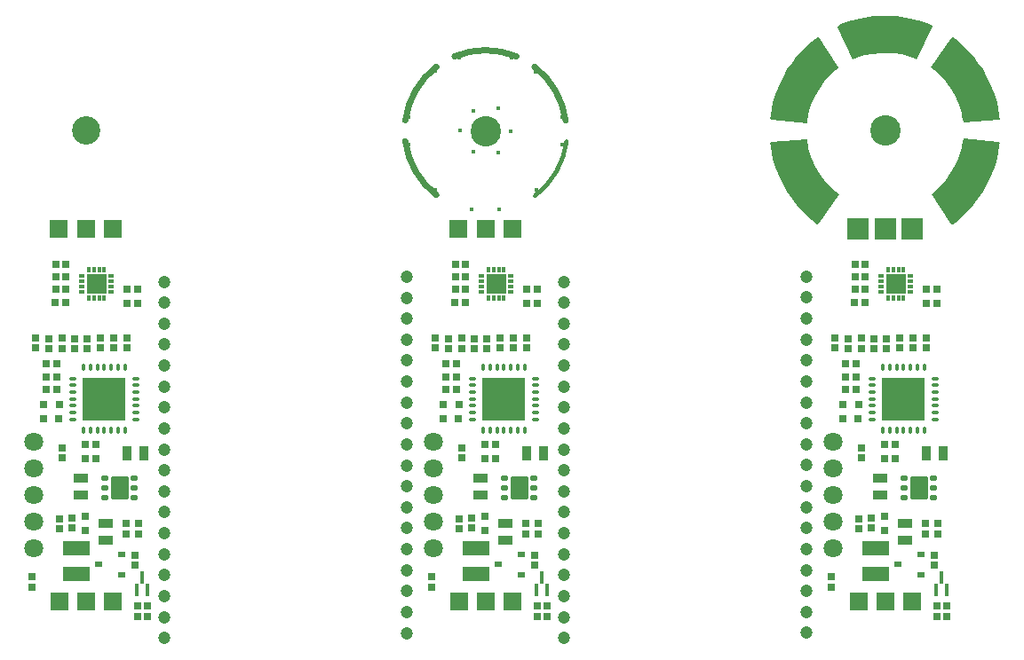
<source format=gts>
G04*
G04 #@! TF.GenerationSoftware,Altium Limited,Altium Designer,21.0.9 (235)*
G04*
G04 Layer_Color=8388736*
%FSAX44Y44*%
%MOMM*%
G71*
G04*
G04 #@! TF.SameCoordinates,C9C275F4-687D-4123-80A0-9C6E5F070257*
G04*
G04*
G04 #@! TF.FilePolarity,Negative*
G04*
G01*
G75*
%ADD15R,4.1800X4.1800*%
%ADD16O,0.3000X0.7000*%
%ADD17O,0.7000X0.3000*%
G04:AMPARAMS|DCode=18|XSize=1.2571mm|YSize=0.3758mm|CornerRadius=0.1879mm|HoleSize=0mm|Usage=FLASHONLY|Rotation=90.000|XOffset=0mm|YOffset=0mm|HoleType=Round|Shape=RoundedRectangle|*
%AMROUNDEDRECTD18*
21,1,1.2571,0.0000,0,0,90.0*
21,1,0.8813,0.3758,0,0,90.0*
1,1,0.3758,0.0000,0.4406*
1,1,0.3758,0.0000,-0.4406*
1,1,0.3758,0.0000,-0.4406*
1,1,0.3758,0.0000,0.4406*
%
%ADD18ROUNDEDRECTD18*%
%ADD19R,0.3758X1.2571*%
%ADD20R,0.6500X0.7000*%
%ADD21R,0.7000X0.6500*%
%ADD22R,0.7400X0.7800*%
%ADD23R,0.7500X0.6000*%
%ADD24R,2.6000X1.3500*%
%ADD25R,1.3250X0.8250*%
%ADD28R,0.8000X0.8000*%
%ADD29R,0.7800X0.7400*%
%ADD30R,0.8250X1.3250*%
%ADD31R,0.3000X0.6300*%
%ADD32R,0.6300X0.3000*%
%ADD33R,1.8500X1.8500*%
%ADD34C,2.7000*%
%ADD35R,1.8000X1.8000*%
%ADD38C,0.5000*%
%ADD39C,1.8000*%
%ADD43C,0.4000*%
%ADD51C,0.6000*%
G04:AMPARAMS|DCode=52|XSize=2.2016mm|YSize=1.7016mm|CornerRadius=0.0988mm|HoleSize=0mm|Usage=FLASHONLY|Rotation=90.000|XOffset=0mm|YOffset=0mm|HoleType=Round|Shape=RoundedRectangle|*
%AMROUNDEDRECTD52*
21,1,2.2016,1.5040,0,0,90.0*
21,1,2.0040,1.7016,0,0,90.0*
1,1,0.1976,0.7520,1.0020*
1,1,0.1976,0.7520,-1.0020*
1,1,0.1976,-0.7520,-1.0020*
1,1,0.1976,-0.7520,1.0020*
%
%ADD52ROUNDEDRECTD52*%
G04:AMPARAMS|DCode=53|XSize=0.4516mm|YSize=0.7016mm|CornerRadius=0.1016mm|HoleSize=0mm|Usage=FLASHONLY|Rotation=90.000|XOffset=0mm|YOffset=0mm|HoleType=Round|Shape=RoundedRectangle|*
%AMROUNDEDRECTD53*
21,1,0.4516,0.4985,0,0,90.0*
21,1,0.2485,0.7016,0,0,90.0*
1,1,0.2031,0.2493,0.1243*
1,1,0.2031,0.2493,-0.1243*
1,1,0.2031,-0.2493,-0.1243*
1,1,0.2031,-0.2493,0.1243*
%
%ADD53ROUNDEDRECTD53*%
%ADD54C,2.9032*%
%ADD55R,2.0032X2.0032*%
%ADD56C,0.4040*%
%ADD57C,1.2032*%
%ADD58C,0.5040*%
G36*
X01767941Y01677158D02*
X01775802Y01676594D01*
X01783602Y01675468D01*
X01791303Y01673788D01*
X01798863Y01671561D01*
X01806244Y01668799D01*
X01808999Y01667536D01*
X01809424Y01666340D01*
X01794318Y01635678D01*
X01794318Y01635678D01*
X01790660Y01637080D01*
X01783158Y01639333D01*
X01775471Y01640837D01*
X01767673Y01641577D01*
X01759841Y01641544D01*
X01752049Y01640741D01*
X01744375Y01639173D01*
X01736892Y01636858D01*
X01733245Y01635426D01*
X01718718Y01666010D01*
X01719328Y01667686D01*
X01721755Y01668799D01*
X01729137Y01671561D01*
X01736697Y01673788D01*
X01744397Y01675469D01*
X01752198Y01676594D01*
X01760059Y01677158D01*
X01767941Y01677158D01*
D02*
G37*
G36*
X01830902Y01654563D02*
X01836985Y01649552D01*
X01842693Y01644118D01*
X01847999Y01638289D01*
X01852873Y01632096D01*
X01857292Y01625570D01*
X01861233Y01618745D01*
X01864675Y01611655D01*
X01867601Y01604337D01*
X01869996Y01596828D01*
X01871848Y01589167D01*
X01873146Y01581393D01*
X01873430Y01578377D01*
X01872607Y01577410D01*
X01838500Y01575161D01*
X01837884Y01579030D01*
X01836085Y01586654D01*
X01833544Y01594063D01*
X01830285Y01601186D01*
X01826341Y01607953D01*
X01821749Y01614299D01*
X01816555Y01620161D01*
X01810808Y01625484D01*
X01807745Y01627926D01*
X01826968Y01655799D01*
X01828724Y01656109D01*
X01830902Y01654563D01*
D02*
G37*
G36*
X01700818Y01656087D02*
X01719818Y01627675D01*
Y01627674D01*
X01716776Y01625207D01*
X01711073Y01619837D01*
X01705927Y01613932D01*
X01701388Y01607548D01*
X01697499Y01600749D01*
X01694300Y01593599D01*
X01691820Y01586169D01*
X01690083Y01578531D01*
X01689500Y01574658D01*
X01655750Y01577368D01*
X01654603Y01578735D01*
X01654854Y01581393D01*
X01656152Y01589167D01*
X01658004Y01596828D01*
X01660398Y01604337D01*
X01663324Y01611655D01*
X01666767Y01618745D01*
X01670707Y01625570D01*
X01675126Y01632096D01*
X01680001Y01638289D01*
X01685307Y01644118D01*
X01691015Y01649552D01*
X01697098Y01654563D01*
X01699568Y01656317D01*
X01700818Y01656087D01*
D02*
G37*
G36*
X01689500Y01559154D02*
X01690115Y01555285D01*
X01691915Y01547661D01*
X01694456Y01540252D01*
X01697714Y01533129D01*
X01701659Y01526362D01*
X01706250Y01520016D01*
X01711445Y01514153D01*
X01717192Y01508831D01*
X01720255Y01506389D01*
X01701032Y01478516D01*
X01699276Y01478206D01*
X01697098Y01479752D01*
X01691015Y01484763D01*
X01685306Y01490197D01*
X01680001Y01496026D01*
X01675126Y01502219D01*
X01670707Y01508745D01*
X01666767Y01515570D01*
X01663325Y01522660D01*
X01660399Y01529978D01*
X01658004Y01537487D01*
X01656152Y01545148D01*
X01654854Y01552922D01*
X01654570Y01555938D01*
X01655393Y01556905D01*
X01689500Y01559154D01*
X01689500Y01559154D01*
D02*
G37*
G36*
X01872250Y01556947D02*
X01873397Y01555580D01*
X01873146Y01552922D01*
X01871848Y01545148D01*
X01869996Y01537487D01*
X01867601Y01529978D01*
X01864675Y01522660D01*
X01861233Y01515570D01*
X01857292Y01508745D01*
X01852873Y01502219D01*
X01847999Y01496026D01*
X01842693Y01490197D01*
X01836985Y01484764D01*
X01830902Y01479752D01*
X01828431Y01477998D01*
X01827182Y01478228D01*
X01808181Y01506641D01*
X01811224Y01509108D01*
X01816927Y01514478D01*
X01822073Y01520383D01*
X01826612Y01526767D01*
X01830500Y01533566D01*
X01833700Y01540716D01*
X01836180Y01548146D01*
X01837916Y01555784D01*
X01838500Y01559657D01*
X01872250Y01556947D01*
D02*
G37*
D15*
X01019750Y01311385D02*
D03*
X01400750D02*
D03*
X01781750D02*
D03*
D16*
X01000250Y01341385D02*
D03*
X01006750D02*
D03*
X01013250D02*
D03*
X01019750D02*
D03*
X01026250D02*
D03*
X01032750D02*
D03*
X01039250D02*
D03*
Y01281385D02*
D03*
X01032750D02*
D03*
X01026250D02*
D03*
X01019750D02*
D03*
X01013250D02*
D03*
X01006750D02*
D03*
X01000250D02*
D03*
X01381250Y01341385D02*
D03*
X01387750D02*
D03*
X01394250D02*
D03*
X01400750D02*
D03*
X01407250D02*
D03*
X01413750D02*
D03*
X01420250D02*
D03*
Y01281385D02*
D03*
X01413750D02*
D03*
X01407250D02*
D03*
X01400750D02*
D03*
X01394250D02*
D03*
X01387750D02*
D03*
X01381250D02*
D03*
X01762250Y01341385D02*
D03*
X01768750D02*
D03*
X01775250D02*
D03*
X01781750D02*
D03*
X01788250D02*
D03*
X01794750D02*
D03*
X01801250D02*
D03*
Y01281385D02*
D03*
X01794750D02*
D03*
X01788250D02*
D03*
X01781750D02*
D03*
X01775250D02*
D03*
X01768750D02*
D03*
X01762250D02*
D03*
D17*
X01049750Y01330885D02*
D03*
Y01324385D02*
D03*
Y01317885D02*
D03*
Y01311385D02*
D03*
Y01304885D02*
D03*
Y01298385D02*
D03*
Y01291885D02*
D03*
X00989750D02*
D03*
Y01298385D02*
D03*
Y01304885D02*
D03*
Y01311385D02*
D03*
Y01317885D02*
D03*
Y01324385D02*
D03*
Y01330885D02*
D03*
X01430750D02*
D03*
Y01324385D02*
D03*
Y01317885D02*
D03*
Y01311385D02*
D03*
Y01304885D02*
D03*
Y01298385D02*
D03*
Y01291885D02*
D03*
X01370750D02*
D03*
Y01298385D02*
D03*
Y01304885D02*
D03*
Y01311385D02*
D03*
Y01317885D02*
D03*
Y01324385D02*
D03*
Y01330885D02*
D03*
X01811750D02*
D03*
Y01324385D02*
D03*
Y01317885D02*
D03*
Y01311385D02*
D03*
Y01304885D02*
D03*
Y01298385D02*
D03*
Y01291885D02*
D03*
X01751750D02*
D03*
Y01298385D02*
D03*
Y01304885D02*
D03*
Y01311385D02*
D03*
Y01317885D02*
D03*
Y01324385D02*
D03*
Y01330885D02*
D03*
D18*
X01055529Y01141165D02*
D03*
X01060529Y01129155D02*
D03*
X01436529Y01141165D02*
D03*
X01441529Y01129155D02*
D03*
X01817529Y01141165D02*
D03*
X01822529Y01129155D02*
D03*
D19*
X01050529D02*
D03*
X01431529D02*
D03*
X01812529D02*
D03*
D20*
X00979693Y01255336D02*
D03*
Y01264836D02*
D03*
X00988932Y01197364D02*
D03*
Y01187864D02*
D03*
X00976630Y01187635D02*
D03*
Y01197135D02*
D03*
X01048750Y01152601D02*
D03*
Y01162101D02*
D03*
X00991635Y01359497D02*
D03*
Y01368997D02*
D03*
X01003469D02*
D03*
Y01359497D02*
D03*
X00954432Y01359717D02*
D03*
Y01369217D02*
D03*
X00966678Y01368998D02*
D03*
Y01359498D02*
D03*
X01360693Y01255336D02*
D03*
Y01264836D02*
D03*
X01369932Y01197364D02*
D03*
Y01187864D02*
D03*
X01357630Y01187635D02*
D03*
Y01197135D02*
D03*
X01429750Y01152601D02*
D03*
Y01162101D02*
D03*
X01372635Y01359497D02*
D03*
Y01368997D02*
D03*
X01384469D02*
D03*
Y01359497D02*
D03*
X01335432Y01359717D02*
D03*
Y01369217D02*
D03*
X01347678Y01368998D02*
D03*
Y01359498D02*
D03*
X01741693Y01255336D02*
D03*
Y01264836D02*
D03*
X01750932Y01197364D02*
D03*
Y01187864D02*
D03*
X01738630Y01187635D02*
D03*
Y01197135D02*
D03*
X01810750Y01152601D02*
D03*
Y01162101D02*
D03*
X01753635Y01359497D02*
D03*
Y01368997D02*
D03*
X01765470D02*
D03*
Y01359497D02*
D03*
X01716432Y01359717D02*
D03*
Y01369217D02*
D03*
X01728678Y01368998D02*
D03*
Y01359498D02*
D03*
D21*
X01060679Y01103438D02*
D03*
X01051179D02*
D03*
X01060679Y01113790D02*
D03*
X01051179D02*
D03*
X01001932Y01198910D02*
D03*
Y01185410D02*
D03*
X00964678Y01332385D02*
D03*
X00974178D02*
D03*
X00974123Y01320113D02*
D03*
X00964623D02*
D03*
X00983185Y01415824D02*
D03*
X00973684D02*
D03*
X00983110Y01427480D02*
D03*
X00973610D02*
D03*
X01441679Y01103438D02*
D03*
X01432179D02*
D03*
X01441679Y01113790D02*
D03*
X01432179D02*
D03*
X01382932Y01198910D02*
D03*
Y01185410D02*
D03*
X01345678Y01332385D02*
D03*
X01355178D02*
D03*
X01355123Y01320113D02*
D03*
X01345623D02*
D03*
X01364185Y01415824D02*
D03*
X01354684D02*
D03*
X01364110Y01427480D02*
D03*
X01354610D02*
D03*
X01822679Y01103438D02*
D03*
X01813179D02*
D03*
X01822679Y01113790D02*
D03*
X01813179D02*
D03*
X01763932Y01198910D02*
D03*
Y01185410D02*
D03*
X01726678Y01332385D02*
D03*
X01736178D02*
D03*
X01736123Y01320113D02*
D03*
X01726623D02*
D03*
X01745184Y01415824D02*
D03*
X01735685D02*
D03*
X01745110Y01427480D02*
D03*
X01735610D02*
D03*
D22*
X00950390Y01141394D02*
D03*
Y01131594D02*
D03*
X01052779Y01192160D02*
D03*
Y01182360D02*
D03*
X01040640Y01192160D02*
D03*
Y01182360D02*
D03*
X00979206Y01359619D02*
D03*
Y01369419D02*
D03*
X01015650Y01359708D02*
D03*
Y01369508D02*
D03*
X01028287Y01359708D02*
D03*
Y01369508D02*
D03*
X01041555Y01359708D02*
D03*
Y01369508D02*
D03*
X01331390Y01141394D02*
D03*
Y01131594D02*
D03*
X01433779Y01192160D02*
D03*
Y01182360D02*
D03*
X01421640Y01192160D02*
D03*
Y01182360D02*
D03*
X01360206Y01359619D02*
D03*
Y01369419D02*
D03*
X01396650Y01359708D02*
D03*
Y01369508D02*
D03*
X01409287Y01359708D02*
D03*
Y01369508D02*
D03*
X01422555Y01359708D02*
D03*
Y01369508D02*
D03*
X01712390Y01141394D02*
D03*
Y01131594D02*
D03*
X01814779Y01192160D02*
D03*
Y01182360D02*
D03*
X01802640Y01192160D02*
D03*
Y01182360D02*
D03*
X01741206Y01359619D02*
D03*
Y01369419D02*
D03*
X01777650Y01359708D02*
D03*
Y01369508D02*
D03*
X01790287Y01359708D02*
D03*
Y01369508D02*
D03*
X01803555Y01359708D02*
D03*
Y01369508D02*
D03*
D23*
X01013890Y01153160D02*
D03*
X01035890Y01162660D02*
D03*
Y01143660D02*
D03*
X01394890Y01153160D02*
D03*
X01416890Y01162660D02*
D03*
Y01143660D02*
D03*
X01775890Y01153160D02*
D03*
X01797890Y01162660D02*
D03*
Y01143660D02*
D03*
D24*
X00993099Y01168744D02*
D03*
Y01144244D02*
D03*
X01374099Y01168744D02*
D03*
Y01144244D02*
D03*
X01755099Y01168744D02*
D03*
Y01144244D02*
D03*
D25*
X01020687Y01192614D02*
D03*
Y01176614D02*
D03*
X00996932Y01235910D02*
D03*
Y01219910D02*
D03*
X01401687Y01192614D02*
D03*
Y01176614D02*
D03*
X01377932Y01235910D02*
D03*
Y01219910D02*
D03*
X01782687Y01192614D02*
D03*
Y01176614D02*
D03*
X01758932Y01235910D02*
D03*
Y01219910D02*
D03*
D28*
X00976535Y01292163D02*
D03*
X00961535D02*
D03*
X00976711Y01305884D02*
D03*
X00961711D02*
D03*
X01357535Y01292163D02*
D03*
X01342535D02*
D03*
X01357711Y01305884D02*
D03*
X01342711D02*
D03*
X01738535Y01292163D02*
D03*
X01723535D02*
D03*
X01738711Y01305884D02*
D03*
X01723711D02*
D03*
D29*
X00974112Y01344702D02*
D03*
X00964312D02*
D03*
X01011650Y01267495D02*
D03*
X01001850D02*
D03*
X01011650Y01254495D02*
D03*
X01001850D02*
D03*
X01041400Y01402457D02*
D03*
X01051200D02*
D03*
X01041400Y01416130D02*
D03*
X01051200D02*
D03*
X00982683Y01403639D02*
D03*
X00972883D02*
D03*
X00983124Y01439799D02*
D03*
X00973324D02*
D03*
X01355112Y01344702D02*
D03*
X01345312D02*
D03*
X01392650Y01267495D02*
D03*
X01382850D02*
D03*
X01392650Y01254495D02*
D03*
X01382850D02*
D03*
X01422400Y01402457D02*
D03*
X01432200D02*
D03*
X01422400Y01416130D02*
D03*
X01432200D02*
D03*
X01363683Y01403639D02*
D03*
X01353883D02*
D03*
X01364124Y01439799D02*
D03*
X01354324D02*
D03*
X01736112Y01344702D02*
D03*
X01726312D02*
D03*
X01773650Y01267495D02*
D03*
X01763850D02*
D03*
X01773650Y01254495D02*
D03*
X01763850D02*
D03*
X01803400Y01402457D02*
D03*
X01813200D02*
D03*
X01803400Y01416130D02*
D03*
X01813200D02*
D03*
X01744684Y01403639D02*
D03*
X01734883D02*
D03*
X01745124Y01439799D02*
D03*
X01735324D02*
D03*
D30*
X01057750Y01259495D02*
D03*
X01041750D02*
D03*
X01438750D02*
D03*
X01422750D02*
D03*
X01819750D02*
D03*
X01803750D02*
D03*
D31*
X01004690Y01407280D02*
D03*
X01009690D02*
D03*
X01014690D02*
D03*
X01019690D02*
D03*
Y01434980D02*
D03*
X01014690D02*
D03*
X01009690D02*
D03*
X01004690D02*
D03*
X01385690Y01407280D02*
D03*
X01390690D02*
D03*
X01395690D02*
D03*
X01400690D02*
D03*
Y01434980D02*
D03*
X01395690D02*
D03*
X01390690D02*
D03*
X01385690D02*
D03*
X01766690Y01407280D02*
D03*
X01771690D02*
D03*
X01776690D02*
D03*
X01781690D02*
D03*
Y01434980D02*
D03*
X01776690D02*
D03*
X01771690D02*
D03*
X01766690D02*
D03*
D32*
X01026040Y01413630D02*
D03*
Y01418630D02*
D03*
Y01423630D02*
D03*
Y01428630D02*
D03*
X00998340D02*
D03*
Y01423630D02*
D03*
Y01418630D02*
D03*
Y01413630D02*
D03*
X01407040D02*
D03*
Y01418630D02*
D03*
Y01423630D02*
D03*
Y01428630D02*
D03*
X01379340D02*
D03*
Y01423630D02*
D03*
Y01418630D02*
D03*
Y01413630D02*
D03*
X01788040D02*
D03*
Y01418630D02*
D03*
Y01423630D02*
D03*
Y01428630D02*
D03*
X01760340D02*
D03*
Y01423630D02*
D03*
Y01418630D02*
D03*
Y01413630D02*
D03*
D33*
X01012190Y01421130D02*
D03*
X01393190D02*
D03*
X01774190D02*
D03*
D34*
X01002030Y01567180D02*
D03*
X01383030D02*
D03*
X01764030D02*
D03*
D35*
X00976330Y01473281D02*
D03*
X01002030D02*
D03*
X01027730D02*
D03*
X01027430Y01117900D02*
D03*
X01002030D02*
D03*
X00976630D02*
D03*
X01357330Y01473281D02*
D03*
X01383030D02*
D03*
X01408730D02*
D03*
X01408430Y01117900D02*
D03*
X01383030D02*
D03*
X01357630D02*
D03*
X01738330Y01473281D02*
D03*
X01764030D02*
D03*
X01789730D02*
D03*
X01789430Y01117900D02*
D03*
X01764030D02*
D03*
X01738630D02*
D03*
D38*
X01039365Y01226160D02*
D03*
X01034365Y01218160D02*
D03*
X01029365Y01226160D02*
D03*
X01034365Y01234160D02*
D03*
X01420365Y01226160D02*
D03*
X01415365Y01218160D02*
D03*
X01410365Y01226160D02*
D03*
X01415365Y01234160D02*
D03*
X01801365Y01226160D02*
D03*
X01796365Y01218160D02*
D03*
X01791365Y01226160D02*
D03*
X01796365Y01234160D02*
D03*
D39*
X00952535Y01219695D02*
D03*
Y01245095D02*
D03*
Y01270495D02*
D03*
Y01194295D02*
D03*
Y01168895D02*
D03*
X01333535Y01219695D02*
D03*
Y01245095D02*
D03*
Y01270495D02*
D03*
Y01194295D02*
D03*
Y01168895D02*
D03*
X01714535Y01219695D02*
D03*
Y01245095D02*
D03*
Y01270495D02*
D03*
Y01194295D02*
D03*
Y01168895D02*
D03*
D43*
X01430412Y01505129D02*
G03*
X01460422Y01557044I-00047336J00061995D01*
G01*
D51*
X01336347Y01628323D02*
G03*
X01306722Y01577074I00046729J-00061200D01*
G01*
X01306711Y01557255D02*
G03*
X01336282Y01505974I00076365J00009868D01*
G01*
X01459441Y01576992D02*
G03*
X01429870Y01628273I-00076365J-00009868D01*
G01*
X01412712Y01638192D02*
G03*
X01353516Y01638223I-00029636J-00071068D01*
G01*
D52*
X01034365Y01226160D02*
D03*
X01415365D02*
D03*
X01796365D02*
D03*
D53*
X01020365Y01216660D02*
D03*
Y01226160D02*
D03*
Y01235660D02*
D03*
X01048365D02*
D03*
Y01226160D02*
D03*
Y01216660D02*
D03*
X01401365D02*
D03*
Y01226160D02*
D03*
Y01235660D02*
D03*
X01429365D02*
D03*
Y01226160D02*
D03*
Y01216660D02*
D03*
X01782365D02*
D03*
Y01226160D02*
D03*
Y01235660D02*
D03*
X01810365D02*
D03*
Y01226160D02*
D03*
Y01216660D02*
D03*
D54*
X01764000Y01567157D02*
D03*
X01383076Y01567123D02*
D03*
D55*
X01789700Y01473259D02*
D03*
X01764000D02*
D03*
X01738300D02*
D03*
D56*
X01309827Y01580293D02*
D03*
Y01553920D02*
D03*
X01334787Y01511164D02*
D03*
X01396322Y01491992D02*
D03*
X01369830D02*
D03*
X01431259Y01510560D02*
D03*
X01456141Y01553999D02*
D03*
Y01580216D02*
D03*
X01431133Y01623349D02*
D03*
X01408272Y01637053D02*
D03*
X01358066Y01637243D02*
D03*
X01334937Y01623904D02*
D03*
X01371457Y01586512D02*
D03*
X01359253Y01567486D02*
D03*
X01371251Y01547216D02*
D03*
X01395436Y01546121D02*
D03*
X01407174Y01566854D02*
D03*
X01395436Y01588611D02*
D03*
D57*
X01307791Y01427863D02*
D03*
Y01087863D02*
D03*
Y01107863D02*
D03*
Y01127863D02*
D03*
Y01147863D02*
D03*
Y01167863D02*
D03*
Y01187863D02*
D03*
Y01207863D02*
D03*
Y01227863D02*
D03*
Y01247863D02*
D03*
Y01267863D02*
D03*
Y01287863D02*
D03*
Y01307863D02*
D03*
Y01327863D02*
D03*
Y01347863D02*
D03*
Y01367863D02*
D03*
Y01387863D02*
D03*
Y01407863D02*
D03*
Y01427863D02*
D03*
X01688830Y01427978D02*
D03*
Y01087978D02*
D03*
Y01107978D02*
D03*
Y01127978D02*
D03*
Y01147978D02*
D03*
Y01167978D02*
D03*
Y01187978D02*
D03*
Y01207978D02*
D03*
Y01227978D02*
D03*
Y01247978D02*
D03*
Y01267978D02*
D03*
Y01287978D02*
D03*
Y01307978D02*
D03*
Y01327978D02*
D03*
Y01347978D02*
D03*
Y01367978D02*
D03*
Y01387978D02*
D03*
Y01407978D02*
D03*
Y01427978D02*
D03*
X01458246Y01083124D02*
D03*
Y01423124D02*
D03*
Y01403124D02*
D03*
Y01383124D02*
D03*
Y01363124D02*
D03*
Y01343124D02*
D03*
Y01323124D02*
D03*
Y01303124D02*
D03*
Y01283124D02*
D03*
Y01263124D02*
D03*
Y01243124D02*
D03*
Y01223124D02*
D03*
Y01203124D02*
D03*
Y01183124D02*
D03*
Y01163124D02*
D03*
Y01143124D02*
D03*
Y01123124D02*
D03*
Y01103124D02*
D03*
Y01083124D02*
D03*
X01076965Y01083124D02*
D03*
Y01103124D02*
D03*
Y01123124D02*
D03*
Y01143124D02*
D03*
Y01163124D02*
D03*
Y01183124D02*
D03*
Y01203124D02*
D03*
Y01223124D02*
D03*
Y01243124D02*
D03*
Y01263124D02*
D03*
Y01283124D02*
D03*
Y01303124D02*
D03*
Y01323124D02*
D03*
Y01343124D02*
D03*
Y01363124D02*
D03*
Y01383124D02*
D03*
Y01403124D02*
D03*
Y01423124D02*
D03*
Y01083124D02*
D03*
D58*
X01835880Y01525658D02*
D03*
X01841076Y01522658D02*
D03*
X01846272Y01519657D02*
D03*
X01851469Y01516658D02*
D03*
X01846734Y01509226D02*
D03*
X01841819Y01512668D02*
D03*
X01831989Y01519551D02*
D03*
X01836904Y01516109D02*
D03*
X01822690Y01508468D02*
D03*
X01826932Y01504225D02*
D03*
X01831175Y01499982D02*
D03*
X01835418Y01495740D02*
D03*
X01828922Y01489787D02*
D03*
X01825065Y01494383D02*
D03*
X01821208Y01498980D02*
D03*
X01817351Y01503576D02*
D03*
X01813761Y01507994D02*
D03*
X01818728Y01512556D02*
D03*
X01827378Y01522889D02*
D03*
X01830995Y01528581D02*
D03*
X01823278Y01517533D02*
D03*
X01827582Y01513806D02*
D03*
X01832178Y01509949D02*
D03*
X01836774Y01506093D02*
D03*
X01841370Y01502236D02*
D03*
X01855537Y01524473D02*
D03*
X01850099Y01527009D02*
D03*
X01844661Y01529545D02*
D03*
X01839223Y01532080D02*
D03*
X01834102Y01534567D02*
D03*
X01836676Y01540800D02*
D03*
X01841994Y01538770D02*
D03*
X01847633Y01536718D02*
D03*
X01853271Y01534666D02*
D03*
X01858909Y01532614D02*
D03*
X01764000Y01668158D02*
D03*
Y01662157D02*
D03*
Y01656158D02*
D03*
Y01650158D02*
D03*
X01763911Y01644465D02*
D03*
X01838697Y01547235D02*
D03*
X01844172Y01545676D02*
D03*
X01849967Y01544123D02*
D03*
X01855763Y01542570D02*
D03*
X01861558Y01541017D02*
D03*
X01863466Y01549619D02*
D03*
X01857557Y01550661D02*
D03*
X01851648Y01551703D02*
D03*
X01845739Y01552745D02*
D03*
X01840149Y01553821D02*
D03*
X01737475Y01639773D02*
D03*
X01735612Y01645152D02*
D03*
X01733560Y01650790D02*
D03*
X01731508Y01656428D02*
D03*
X01729456Y01662066D02*
D03*
X01737859Y01664716D02*
D03*
X01739412Y01658920D02*
D03*
X01740965Y01653125D02*
D03*
X01742518Y01647329D02*
D03*
X01743905Y01641808D02*
D03*
X01746461Y01666623D02*
D03*
X01747503Y01660714D02*
D03*
X01748545Y01654805D02*
D03*
X01749587Y01648897D02*
D03*
X01750488Y01643275D02*
D03*
X01757173Y01644163D02*
D03*
X01756766Y01649842D02*
D03*
X01756243Y01655819D02*
D03*
X01755720Y01661796D02*
D03*
X01755197Y01667773D02*
D03*
X01781538Y01666623D02*
D03*
X01780497Y01660714D02*
D03*
X01779455Y01654805D02*
D03*
X01778413Y01648897D02*
D03*
X01777336Y01643306D02*
D03*
X01763911Y01644465D02*
D03*
X01770649Y01644179D02*
D03*
X01783923Y01641854D02*
D03*
X01790357Y01639834D02*
D03*
X01792388Y01645152D02*
D03*
X01794440Y01650790D02*
D03*
X01796492Y01656428D02*
D03*
X01798544Y01662066D02*
D03*
X01790141Y01664716D02*
D03*
X01788588Y01658920D02*
D03*
X01787035Y01653125D02*
D03*
X01785482Y01647329D02*
D03*
X01771757Y01655819D02*
D03*
X01771234Y01649842D02*
D03*
X01772280Y01661796D02*
D03*
X01772803Y01667773D02*
D03*
X01764000Y01668158D02*
D03*
Y01662157D02*
D03*
Y01656158D02*
D03*
Y01650157D02*
D03*
X01687851Y01580494D02*
D03*
X01682261Y01581570D02*
D03*
X01676352Y01582612D02*
D03*
X01670443Y01583654D02*
D03*
X01664534Y01584696D02*
D03*
X01666441Y01593298D02*
D03*
X01672237Y01591745D02*
D03*
X01678033Y01590192D02*
D03*
X01683828Y01588640D02*
D03*
X01689303Y01587080D02*
D03*
X01669091Y01601702D02*
D03*
X01674729Y01599650D02*
D03*
X01680367Y01597597D02*
D03*
X01686005Y01595545D02*
D03*
X01691324Y01593515D02*
D03*
X01693898Y01599749D02*
D03*
X01688776Y01602235D02*
D03*
X01683338Y01604771D02*
D03*
X01677901Y01607306D02*
D03*
X01672463Y01609842D02*
D03*
X01686629Y01632079D02*
D03*
X01691226Y01628222D02*
D03*
X01695822Y01624366D02*
D03*
X01700418Y01620509D02*
D03*
X01704721Y01616782D02*
D03*
X01697005Y01605734D02*
D03*
X01700622Y01611427D02*
D03*
X01709272Y01621759D02*
D03*
X01714239Y01626322D02*
D03*
X01710648Y01630739D02*
D03*
X01706792Y01635336D02*
D03*
X01702935Y01639932D02*
D03*
X01699078Y01644528D02*
D03*
X01692582Y01638575D02*
D03*
X01696825Y01634333D02*
D03*
X01701067Y01630090D02*
D03*
X01705310Y01625847D02*
D03*
X01691095Y01618206D02*
D03*
X01696010Y01614764D02*
D03*
X01686181Y01621647D02*
D03*
X01681266Y01625089D02*
D03*
X01676531Y01617657D02*
D03*
X01681727Y01614658D02*
D03*
X01686924Y01611658D02*
D03*
X01692120Y01608658D02*
D03*
X01813624Y01626436D02*
D03*
X01817351Y01630739D02*
D03*
X01821208Y01635336D02*
D03*
X01825065Y01639932D02*
D03*
X01828922Y01644528D02*
D03*
X01835418Y01638575D02*
D03*
X01831175Y01634333D02*
D03*
X01826932Y01630090D02*
D03*
X01822690Y01625847D02*
D03*
X01818602Y01621885D02*
D03*
X01841370Y01632079D02*
D03*
X01836774Y01628222D02*
D03*
X01832178Y01624366D02*
D03*
X01827582Y01620509D02*
D03*
X01823164Y01616918D02*
D03*
X01827276Y01611573D02*
D03*
X01831990Y01614764D02*
D03*
X01836904Y01618206D02*
D03*
X01841819Y01621647D02*
D03*
X01846734Y01625089D02*
D03*
X01858909Y01601702D02*
D03*
X01853271Y01599650D02*
D03*
X01847633Y01597597D02*
D03*
X01841994Y01595545D02*
D03*
X01836615Y01593682D02*
D03*
X01830906Y01605889D02*
D03*
X01834027Y01599910D02*
D03*
X01838651Y01587252D02*
D03*
X01840118Y01580670D02*
D03*
X01845739Y01581570D02*
D03*
X01851648Y01582612D02*
D03*
X01857557Y01583654D02*
D03*
X01863466Y01584696D02*
D03*
X01861558Y01593298D02*
D03*
X01855763Y01591745D02*
D03*
X01849967Y01590192D02*
D03*
X01844172Y01588640D02*
D03*
X01844661Y01604771D02*
D03*
X01839223Y01602235D02*
D03*
X01850099Y01607306D02*
D03*
X01855537Y01609842D02*
D03*
X01851469Y01617657D02*
D03*
X01846272Y01614657D02*
D03*
X01841076Y01611658D02*
D03*
X01835880Y01608658D02*
D03*
X01714376Y01507879D02*
D03*
X01710648Y01503576D02*
D03*
X01706792Y01498980D02*
D03*
X01702935Y01494383D02*
D03*
X01699078Y01489787D02*
D03*
X01692582Y01495740D02*
D03*
X01696825Y01499982D02*
D03*
X01701067Y01504225D02*
D03*
X01705310Y01508468D02*
D03*
X01709398Y01512430D02*
D03*
X01686629Y01502236D02*
D03*
X01691226Y01506093D02*
D03*
X01695822Y01509949D02*
D03*
X01700418Y01513806D02*
D03*
X01704836Y01517397D02*
D03*
X01700724Y01522743D02*
D03*
X01696010Y01519551D02*
D03*
X01691095Y01516109D02*
D03*
X01686181Y01512668D02*
D03*
X01681266Y01509226D02*
D03*
X01669091Y01532614D02*
D03*
X01674729Y01534666D02*
D03*
X01680367Y01536718D02*
D03*
X01686005Y01538770D02*
D03*
X01691385Y01540633D02*
D03*
X01697094Y01528427D02*
D03*
X01693973Y01534405D02*
D03*
X01689349Y01547063D02*
D03*
X01687882Y01553645D02*
D03*
X01682261Y01552745D02*
D03*
X01676352Y01551703D02*
D03*
X01670443Y01550661D02*
D03*
X01664534Y01549619D02*
D03*
X01666441Y01541017D02*
D03*
X01672237Y01542570D02*
D03*
X01678033Y01544123D02*
D03*
X01683828Y01545676D02*
D03*
X01683338Y01529545D02*
D03*
X01688776Y01532080D02*
D03*
X01677901Y01527009D02*
D03*
X01672463Y01524473D02*
D03*
X01676531Y01516658D02*
D03*
X01681727Y01519658D02*
D03*
X01686924Y01522658D02*
D03*
X01692120Y01525658D02*
D03*
X01036250Y01294885D02*
D03*
X01025250D02*
D03*
X01014250D02*
D03*
X01003250D02*
D03*
X01036250Y01305885D02*
D03*
X01025250D02*
D03*
X01014250D02*
D03*
X01003250D02*
D03*
X01036250Y01316885D02*
D03*
X01025250D02*
D03*
X01014250D02*
D03*
X01003250D02*
D03*
X01036250Y01327885D02*
D03*
X01025250D02*
D03*
X01014250D02*
D03*
X01003250D02*
D03*
X01006690Y01415630D02*
D03*
Y01426630D02*
D03*
X01017690Y01415630D02*
D03*
Y01426630D02*
D03*
X01417250Y01294885D02*
D03*
X01406250D02*
D03*
X01395250D02*
D03*
X01384250D02*
D03*
X01417250Y01305885D02*
D03*
X01406250D02*
D03*
X01395250D02*
D03*
X01384250D02*
D03*
X01417250Y01316885D02*
D03*
X01406250D02*
D03*
X01395250D02*
D03*
X01384250D02*
D03*
X01417250Y01327885D02*
D03*
X01406250D02*
D03*
X01395250D02*
D03*
X01384250D02*
D03*
X01387690Y01415630D02*
D03*
Y01426630D02*
D03*
X01398690Y01415630D02*
D03*
Y01426630D02*
D03*
X01798250Y01294885D02*
D03*
X01787250D02*
D03*
X01776250D02*
D03*
X01765250D02*
D03*
X01798250Y01305885D02*
D03*
X01787250D02*
D03*
X01776250D02*
D03*
X01765250D02*
D03*
X01798250Y01316885D02*
D03*
X01787250D02*
D03*
X01776250D02*
D03*
X01765250D02*
D03*
X01798250Y01327885D02*
D03*
X01787250D02*
D03*
X01776250D02*
D03*
X01765250D02*
D03*
X01768690Y01415630D02*
D03*
Y01426630D02*
D03*
X01779690Y01415630D02*
D03*
Y01426630D02*
D03*
M02*

</source>
